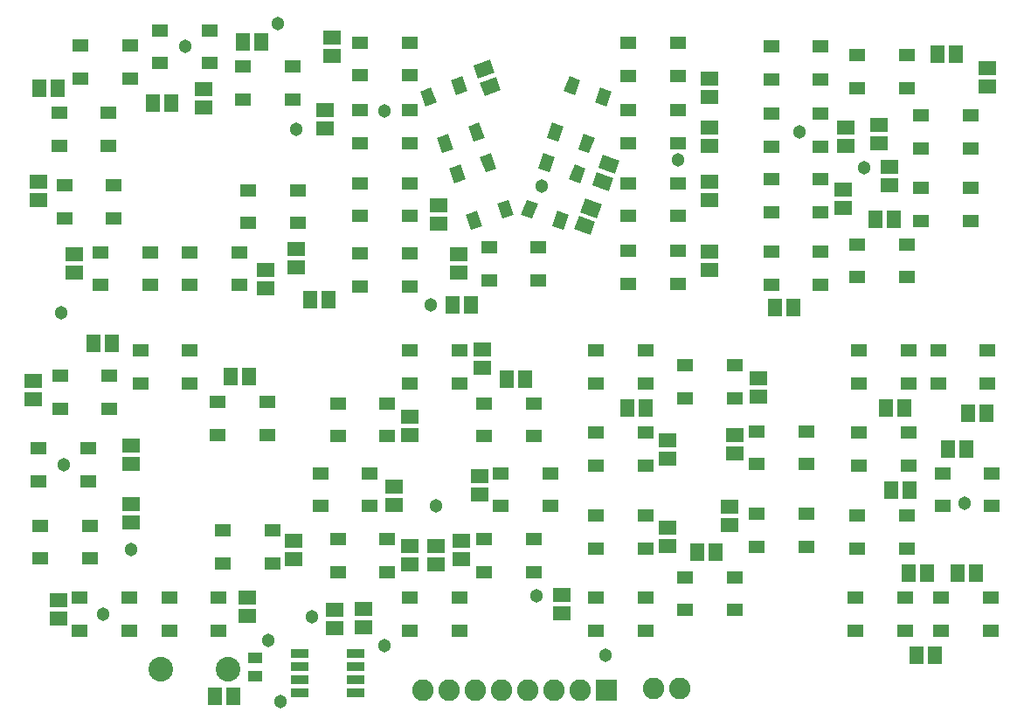
<source format=gts>
G04 EAGLE Gerber RS-274X export*
G75*
%MOMM*%
%FSLAX34Y34*%
%LPD*%
%AMOC8*
5,1,8,0,0,1.08239X$1,22.5*%
G01*
%ADD10R,1.553200X1.153200*%
%ADD11R,1.701800X1.371600*%
%ADD12R,1.371600X1.701800*%
%ADD13R,1.728200X0.853200*%
%ADD14R,2.082800X2.082800*%
%ADD15C,2.082800*%
%ADD16R,1.403200X1.003200*%
%ADD17C,2.387600*%
%ADD18C,1.303200*%


D10*
X248400Y921000D03*
X248400Y889000D03*
X296400Y889000D03*
X296400Y921000D03*
X168000Y956000D03*
X168000Y924000D03*
X216000Y924000D03*
X216000Y956000D03*
D11*
X337400Y394390D03*
X337400Y376610D03*
X364900Y395190D03*
X364900Y377410D03*
D12*
X238490Y310100D03*
X220710Y310100D03*
D13*
X303480Y352150D03*
X303480Y339450D03*
X303480Y326750D03*
X303480Y314050D03*
X357720Y314050D03*
X357720Y326750D03*
X357720Y339450D03*
X357720Y352150D03*
D14*
X600200Y316800D03*
D15*
X574800Y316800D03*
X549400Y316800D03*
X524000Y316800D03*
X498600Y316800D03*
X473200Y316800D03*
X447800Y316800D03*
X422400Y316800D03*
D16*
X259700Y347900D03*
X259700Y329900D03*
D17*
X168561Y336800D03*
X233839Y336800D03*
D10*
X91000Y941000D03*
X91000Y909000D03*
X139000Y909000D03*
X139000Y941000D03*
X70200Y876000D03*
X70200Y844000D03*
X118200Y844000D03*
X118200Y876000D03*
X75200Y806000D03*
X75200Y774000D03*
X123200Y774000D03*
X123200Y806000D03*
X110200Y741000D03*
X110200Y709000D03*
X158200Y709000D03*
X158200Y741000D03*
X244800Y709000D03*
X244800Y741000D03*
X196800Y741000D03*
X196800Y709000D03*
X301600Y769000D03*
X301600Y801000D03*
X253600Y801000D03*
X253600Y769000D03*
X409800Y707900D03*
X409800Y739900D03*
X361800Y739900D03*
X361800Y707900D03*
X409800Y775800D03*
X409800Y807800D03*
X361800Y807800D03*
X361800Y775800D03*
X409800Y846500D03*
X409800Y878500D03*
X361800Y878500D03*
X361800Y846500D03*
X409800Y912200D03*
X409800Y944200D03*
X361800Y944200D03*
X361800Y912200D03*
G36*
X447035Y855444D02*
X452347Y840850D01*
X441511Y836906D01*
X436199Y851500D01*
X447035Y855444D01*
G37*
G36*
X477106Y866389D02*
X482418Y851795D01*
X471582Y847851D01*
X466270Y862445D01*
X477106Y866389D01*
G37*
G36*
X460689Y911494D02*
X466001Y896900D01*
X455165Y892956D01*
X449853Y907550D01*
X460689Y911494D01*
G37*
G36*
X430618Y900549D02*
X435930Y885955D01*
X425094Y882011D01*
X419782Y896605D01*
X430618Y900549D01*
G37*
G36*
X475135Y780844D02*
X480447Y766250D01*
X469611Y762306D01*
X464299Y776900D01*
X475135Y780844D01*
G37*
G36*
X505206Y791789D02*
X510518Y777195D01*
X499682Y773251D01*
X494370Y787845D01*
X505206Y791789D01*
G37*
G36*
X488789Y836894D02*
X494101Y822300D01*
X483265Y818356D01*
X477953Y832950D01*
X488789Y836894D01*
G37*
G36*
X458718Y825949D02*
X464030Y811355D01*
X453194Y807411D01*
X447882Y822005D01*
X458718Y825949D01*
G37*
X486800Y745700D03*
X486800Y713700D03*
X534800Y713700D03*
X534800Y745700D03*
G36*
X564370Y811355D02*
X569682Y825949D01*
X580518Y822005D01*
X575206Y807411D01*
X564370Y811355D01*
G37*
G36*
X534299Y822300D02*
X539611Y836894D01*
X550447Y832950D01*
X545135Y818356D01*
X534299Y822300D01*
G37*
G36*
X517882Y777195D02*
X523194Y791789D01*
X534030Y787845D01*
X528718Y773251D01*
X517882Y777195D01*
G37*
G36*
X547953Y766250D02*
X553265Y780844D01*
X564101Y776900D01*
X558789Y762306D01*
X547953Y766250D01*
G37*
G36*
X589370Y885955D02*
X594682Y900549D01*
X605518Y896605D01*
X600206Y882011D01*
X589370Y885955D01*
G37*
G36*
X559299Y896900D02*
X564611Y911494D01*
X575447Y907550D01*
X570135Y892956D01*
X559299Y896900D01*
G37*
G36*
X542882Y851795D02*
X548194Y866389D01*
X559030Y862445D01*
X553718Y847851D01*
X542882Y851795D01*
G37*
G36*
X572953Y840850D02*
X578265Y855444D01*
X589101Y851500D01*
X583789Y836906D01*
X572953Y840850D01*
G37*
X669800Y911600D03*
X669800Y943600D03*
X621800Y943600D03*
X621800Y911600D03*
X621800Y878500D03*
X621800Y846500D03*
X669800Y846500D03*
X669800Y878500D03*
X621800Y807800D03*
X621800Y775800D03*
X669800Y775800D03*
X669800Y807800D03*
X669800Y710100D03*
X669800Y742100D03*
X621800Y742100D03*
X621800Y710100D03*
X808200Y709500D03*
X808200Y741500D03*
X760200Y741500D03*
X760200Y709500D03*
X808200Y779500D03*
X808200Y811500D03*
X760200Y811500D03*
X760200Y779500D03*
X808200Y843000D03*
X808200Y875000D03*
X760200Y875000D03*
X760200Y843000D03*
X808200Y908000D03*
X808200Y940000D03*
X760200Y940000D03*
X760200Y908000D03*
X891400Y900000D03*
X891400Y932000D03*
X843400Y932000D03*
X843400Y900000D03*
X905200Y873500D03*
X905200Y841500D03*
X953200Y841500D03*
X953200Y873500D03*
X905200Y803500D03*
X905200Y771500D03*
X953200Y771500D03*
X953200Y803500D03*
X843400Y748500D03*
X843400Y716500D03*
X891400Y716500D03*
X891400Y748500D03*
X223600Y596000D03*
X223600Y564000D03*
X271600Y564000D03*
X271600Y596000D03*
X149000Y646000D03*
X149000Y614000D03*
X197000Y614000D03*
X197000Y646000D03*
X71000Y621000D03*
X71000Y589000D03*
X119000Y589000D03*
X119000Y621000D03*
X50200Y551000D03*
X50200Y519000D03*
X98200Y519000D03*
X98200Y551000D03*
X51800Y476000D03*
X51800Y444000D03*
X99800Y444000D03*
X99800Y476000D03*
X90200Y406000D03*
X90200Y374000D03*
X138200Y374000D03*
X138200Y406000D03*
X224800Y374000D03*
X224800Y406000D03*
X176800Y406000D03*
X176800Y374000D03*
X276600Y439000D03*
X276600Y471000D03*
X228600Y471000D03*
X228600Y439000D03*
X388200Y430900D03*
X388200Y462900D03*
X340200Y462900D03*
X340200Y430900D03*
X371400Y494700D03*
X371400Y526700D03*
X323400Y526700D03*
X323400Y494700D03*
X388200Y562400D03*
X388200Y594400D03*
X340200Y594400D03*
X340200Y562400D03*
X458200Y614000D03*
X458200Y646000D03*
X410200Y646000D03*
X410200Y614000D03*
X481800Y594400D03*
X481800Y562400D03*
X529800Y562400D03*
X529800Y594400D03*
X498400Y526700D03*
X498400Y494700D03*
X546400Y494700D03*
X546400Y526700D03*
X481800Y462900D03*
X481800Y430900D03*
X529800Y430900D03*
X529800Y462900D03*
X410200Y406000D03*
X410200Y374000D03*
X458200Y374000D03*
X458200Y406000D03*
X638200Y374000D03*
X638200Y406000D03*
X590200Y406000D03*
X590200Y374000D03*
X638200Y454000D03*
X638200Y486000D03*
X590200Y486000D03*
X590200Y454000D03*
X638200Y534000D03*
X638200Y566000D03*
X590200Y566000D03*
X590200Y534000D03*
X638200Y614000D03*
X638200Y646000D03*
X590200Y646000D03*
X590200Y614000D03*
X724800Y599000D03*
X724800Y631000D03*
X676800Y631000D03*
X676800Y599000D03*
X746000Y567300D03*
X746000Y535300D03*
X794000Y535300D03*
X794000Y567300D03*
X746000Y487300D03*
X746000Y455300D03*
X794000Y455300D03*
X794000Y487300D03*
X676800Y426000D03*
X676800Y394000D03*
X724800Y394000D03*
X724800Y426000D03*
X889800Y374000D03*
X889800Y406000D03*
X841800Y406000D03*
X841800Y374000D03*
X891400Y454000D03*
X891400Y486000D03*
X843400Y486000D03*
X843400Y454000D03*
X893000Y534000D03*
X893000Y566000D03*
X845000Y566000D03*
X845000Y534000D03*
X893200Y614000D03*
X893200Y646000D03*
X845200Y646000D03*
X845200Y614000D03*
X969800Y614000D03*
X969800Y646000D03*
X921800Y646000D03*
X921800Y614000D03*
X926100Y526700D03*
X926100Y494700D03*
X974100Y494700D03*
X974100Y526700D03*
X925000Y406000D03*
X925000Y374000D03*
X973000Y374000D03*
X973000Y406000D03*
D15*
X646300Y318000D03*
X671700Y318000D03*
D12*
X266390Y945000D03*
X248610Y945000D03*
D11*
X210000Y898890D03*
X210000Y881110D03*
D12*
X68890Y900000D03*
X51110Y900000D03*
X161110Y885000D03*
X178890Y885000D03*
D11*
X50000Y808890D03*
X50000Y791110D03*
X85000Y738890D03*
X85000Y721110D03*
X270000Y706110D03*
X270000Y723890D03*
X300000Y743890D03*
X300000Y726110D03*
D12*
X331390Y695000D03*
X313610Y695000D03*
D11*
X437500Y786390D03*
X437500Y768610D03*
X327500Y861110D03*
X327500Y878890D03*
X335000Y931110D03*
X335000Y948890D03*
D12*
G36*
X493691Y911000D02*
X498382Y898112D01*
X482391Y892292D01*
X477700Y905180D01*
X493691Y911000D01*
G37*
G36*
X487609Y927708D02*
X492300Y914820D01*
X476309Y909000D01*
X471618Y921888D01*
X487609Y927708D01*
G37*
D11*
X457500Y738890D03*
X457500Y721110D03*
D12*
X468890Y690000D03*
X451110Y690000D03*
G36*
X575200Y779820D02*
X579891Y792708D01*
X595882Y786888D01*
X591191Y774000D01*
X575200Y779820D01*
G37*
G36*
X569118Y763112D02*
X573809Y776000D01*
X589800Y770180D01*
X585109Y757292D01*
X569118Y763112D01*
G37*
G36*
X592700Y822320D02*
X597391Y835208D01*
X613382Y829388D01*
X608691Y816500D01*
X592700Y822320D01*
G37*
G36*
X586618Y805612D02*
X591309Y818500D01*
X607300Y812680D01*
X602609Y799792D01*
X586618Y805612D01*
G37*
D11*
X700000Y908890D03*
X700000Y891110D03*
X700000Y861390D03*
X700000Y843610D03*
X700000Y808890D03*
X700000Y791110D03*
X700000Y723610D03*
X700000Y741390D03*
D12*
X781390Y687500D03*
X763610Y687500D03*
D11*
X830000Y783610D03*
X830000Y801390D03*
X832500Y843610D03*
X832500Y861390D03*
X865000Y863890D03*
X865000Y846110D03*
D12*
X921110Y932500D03*
X938890Y932500D03*
D11*
X970000Y901110D03*
X970000Y918890D03*
X875000Y806110D03*
X875000Y823890D03*
D12*
X861110Y772500D03*
X878890Y772500D03*
X236110Y620000D03*
X253890Y620000D03*
X121390Y652500D03*
X103610Y652500D03*
D11*
X45000Y616390D03*
X45000Y598610D03*
X140000Y553890D03*
X140000Y536110D03*
X140000Y496390D03*
X140000Y478610D03*
X70000Y403890D03*
X70000Y386110D03*
X252500Y388610D03*
X252500Y406390D03*
X297500Y443610D03*
X297500Y461390D03*
X410000Y438610D03*
X410000Y456390D03*
X395000Y496110D03*
X395000Y513890D03*
X410000Y563610D03*
X410000Y581390D03*
X480000Y628610D03*
X480000Y646390D03*
D12*
X503610Y617500D03*
X521390Y617500D03*
D11*
X477500Y523890D03*
X477500Y506110D03*
X460000Y461390D03*
X460000Y443610D03*
X435000Y438610D03*
X435000Y456390D03*
X557500Y391110D03*
X557500Y408890D03*
X660000Y456110D03*
X660000Y473890D03*
X660000Y541110D03*
X660000Y558890D03*
D12*
X638890Y590000D03*
X621110Y590000D03*
D11*
X747500Y601110D03*
X747500Y618890D03*
X725000Y563890D03*
X725000Y546110D03*
X720000Y493890D03*
X720000Y476110D03*
D12*
X688610Y450000D03*
X706390Y450000D03*
X901110Y350000D03*
X918890Y350000D03*
X911390Y430000D03*
X893610Y430000D03*
X893890Y510000D03*
X876110Y510000D03*
X888890Y590000D03*
X871110Y590000D03*
X951110Y585000D03*
X968890Y585000D03*
X931110Y550000D03*
X948890Y550000D03*
X941110Y430000D03*
X958890Y430000D03*
D18*
X430000Y690000D03*
X850000Y822500D03*
X787500Y857500D03*
X532500Y407500D03*
X112500Y390000D03*
X140000Y452500D03*
X435000Y495000D03*
X537500Y805000D03*
X385000Y877500D03*
X300000Y860000D03*
X282500Y962500D03*
X670000Y830000D03*
X315000Y387500D03*
X285000Y305000D03*
X72500Y682500D03*
X75000Y535000D03*
X192500Y940000D03*
X947500Y497500D03*
X272500Y365000D03*
X385000Y360000D03*
X600000Y350000D03*
M02*

</source>
